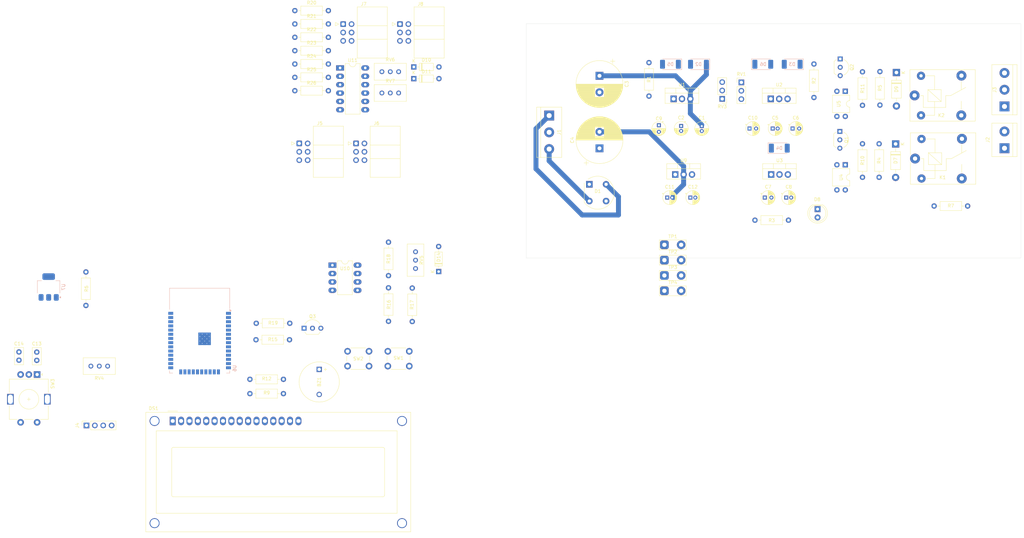
<source format=kicad_pcb>
(kicad_pcb (version 20240108) (generator "pcbnew") (generator_version "8.0")
  (layers (0 "F.Cu" signal) (31 "B.Cu" signal) (34 "B.Paste" user) (35 "F.Paste" user) (36 "B.SilkS" user "B.Silkscreen") (37 "F.SilkS" user "F.Silkscreen") (38 "B.Mask" user) (39 "F.Mask" user) (44 "Edge.Cuts" user))
  (net 0 "")
  (net 1 "Net-(BZ1-+)")
  (net 2 "GND")
  (net 3 "/alimentacion/lm317_vi")
  (net 4 "+VDC")
  (net 5 "/alimentacion/lm337_vi")
  (net 6 "-VDC")
  (net 7 "+5V")
  (net 8 "/alimentacion/lm317_vadj")
  (net 9 "/alimentacion/lm337_vadj")
  (net 10 "-5V")
  (net 11 "/control/IO25")
  (net 12 "/control/IO26")
  (net 13 "/alimentacion/puente_in")
  (net 14 "/alimentacion/puente_in2")
  (net 15 "Net-(D7-A)")
  (net 16 "Net-(D8-A)")
  (net 17 "Net-(D9-A)")
  (net 18 "/control/IO15")
  (net 19 "/control/IO34")
  (net 20 "/control/IO35")
  (net 21 "/control/IO23")
  (net 22 "/control/IO18")
  (net 23 "/control/IO19")
  (net 25 "/control/IO17")
  (net 26 "/control/IO21")
  (net 29 "/control/IO22")
  (net 31 "Net-(DS1-VO)")
  (net 32 "GND2")
  (net 33 "/alimentacion/rele 1")
  (net 34 "/control/TX")
  (net 35 "+3.3V")
  (net 36 "/control/RX")
  (net 38 "/alimentacion/rele 2")
  (net 40 "Net-(Q1-B)")
  (net 41 "Net-(Q2-B)")
  (net 42 "Net-(Q3-B)")
  (net 43 "/alimentacion/V1_shunt")
  (net 44 "/alimentacion/RELE 1")
  (net 45 "Net-(R4-Pad1)")
  (net 46 "Net-(R5-Pad1)")
  (net 47 "/alimentacion/RELE 2")
  (net 48 "Net-(R10-Pad1)")
  (net 49 "Net-(R11-Pad1)")
  (net 50 "Net-(U6-EN)")
  (net 51 "/control/+24V")
  (net 52 "/control/IO14")
  (net 53 "/control/-24V")
  (net 54 "/control/V1_shunt")
  (net 55 "/control/IO2")
  (net 56 "Net-(U6-IO0)")
  (net 57 "/control/IO13")
  (net 58 "/control/IO12")
  (net 60 "/control/IO27")
  (net 61 "/control/IO33")
  (net 65 "/control/IO16")
  (net 67 "/control/IO5")
  (net 68 "/control/IO4")
  (net 72 "/control/IO32")
  (net 74 "/control/V2_shunt")
  (net 75 "Net-(R16-Pad2)")
  (net 76 "Net-(U10B--)")
  (net 77 "Net-(U10A-+)")
  (net 78 "Net-(R20-Pad1)")
  (net 79 "Net-(U11A--)")
  (net 80 "Net-(U11B--)")
  (net 81 "Net-(R21-Pad2)")
  (net 82 "Net-(U11C--)")
  (net 83 "Net-(U11C-+)")
  (footprint "Resistor_THT:R_Axial_DIN0207_L6.3mm_D2.5mm_P10.16mm_Horizontal" (layer "F.Cu") (at -61.78 110.85)
    (property "Reference" "R19")
    (property "Value" "10k")
  )
  (footprint "TestPoint:TestPoint_2Pads_Pitch5.08mm_Drill1.3mm" (layer "F.Cu") (at 61.92 96.35)
    (property "Reference" "TP3")
    (property "Value" "lm7905_out")
  )
  (footprint "Connector_PinHeader_2.54mm:PinHeader_1x03_P2.54mm_Vertical" (layer "F.Cu") (at 85.25 37.777401)
    (property "Reference" "RV1")
    (property "Value" "5k")
  )
  (footprint "Resistor_THT:R_Axial_DIN0207_L6.3mm_D2.5mm_P10.16mm_Horizontal" (layer "F.Cu") (at -50.08 32.2)
    (property "Reference" "R24")
    (property "Value" "25k")
  )
  (footprint "Button_Switch_THT:SW_PUSH_6mm" (layer "F.Cu") (at -21.9 119.35)
    (property "Reference" "SW1")
    (property "Value" "BOOT")
  )
  (footprint "Resistor_THT:R_Axial_DIN0207_L6.3mm_D2.5mm_P10.16mm_Horizontal" (layer "F.Cu") (at -50.08 16)
    (property "Reference" "R20")
    (property "Value" "50k")
  )
  (footprint "Package_TO_SOT_THT:TO-220-3_Vertical" (layer "F.Cu") (at 64.71 42.777401)
    (property "Reference" "U1")
    (property "Value" "LM317_TO-220")
  )
  (footprint "TerminalBlock:TerminalBlock_bornier-2_P5.08mm" (layer "F.Cu") (at 165 57.75 90)
    (property "Reference" "J2")
    (property "Value" "5V_salida")
  )
  (footprint "Connector_PinHeader_2.54mm:PinHeader_1x03_P2.54mm_Vertical" (layer "F.Cu") (at 79.45 42.777401 180)
    (property "Reference" "RV3")
    (property "Value" "5k")
  )
  (footprint "Connector_IDC:IDC-Header_2x03_P2.54mm_Horizontal" (layer "F.Cu") (at -18.22 20.1)
    (property "Reference" "J8")
    (property "Value" "Conn_02x03_Odd_Even")
  )
  (footprint "Resistor_THT:R_Axial_DIN0207_L6.3mm_D2.5mm_P10.16mm_Horizontal" (layer "F.Cu") (at -21.7 100.09 -90)
    (property "Reference" "R16")
    (property "Value" "68k")
  )
  (footprint "Resistor_THT:R_Axial_DIN0207_L6.3mm_D2.5mm_P10.16mm_Horizontal" (layer "F.Cu") (at 89.37 79.577401)
    (property "Reference" "R3")
    (property "Value" "120")
  )
  (footprint "Capacitor_THT:CP_Radial_D4.0mm_P2.00mm" (layer "F.Cu") (at 92.35 72.722401)
    (property "Reference" "C7")
    (property "Value" "0.33uF")
  )
  (footprint "Capacitor_THT:CP_Radial_D4.0mm_P2.00mm" (layer "F.Cu") (at 87.7226 51.777401)
    (property "Reference" "C10")
    (property "Value" "10uF")
  )
  (footprint "Capacitor_THT:C_Disc_D5.0mm_W2.5mm_P2.50mm" (layer "F.Cu") (at -133.7 119.55 -90)
    (property "Reference" "C14")
    (property "Value" "C")
  )
  (footprint "Capacitor_THT:CP_Radial_D4.0mm_P1.50mm" (layer "F.Cu") (at 98.85 72.722401)
    (property "Reference" "C8")
    (property "Value" "0.1uF")
  )
  (footprint "Package_TO_SOT_THT:TO-220-3_Vertical" (layer "F.Cu") (at 94.27 65.722401)
    (property "Reference" "U3")
    (property "Value" "LM7805_TO220")
  )
  (footprint "Connector_IDC:IDC-Header_2x03_P2.54mm_Horizontal" (layer "F.Cu") (at -48.745 56.29)
    (property "Reference" "J5")
    (property "Value" "Conn_02x03_Odd_Even")
  )
  (footprint "Resistor_THT:R_Axial_DIN0207_L6.3mm_D2.5mm_P10.16mm_Horizontal" (layer "F.Cu") (at -50.08 24.1)
    (property "Reference" "R22")
    (property "Value" "25k")
  )
  (footprint "Capacitor_THT:CP_Radial_D4.0mm_P1.50mm" (layer "F.Cu") (at 94.75 51.777401)
    (property "Reference" "C5")
    (property "Value" "0.1uF")
  )
  (footprint "Resistor_THT:R_Axial_DIN0207_L6.3mm_D2.5mm_P10.16mm_Horizontal" (layer "F.Cu") (at -53.54 132.2 180)
    (property "Reference" "R9")
    (property "Value" "10k")
  )
  (footprint "Resistor_THT:R_Axial_DIN0207_L6.3mm_D2.5mm_P10.16mm_Horizontal" (layer "F.Cu") (at 127.25 44.657401 90)
    (property "Reference" "R5")
    (property "Value" "R")
  )
  (footprint "Resistor_THT:R_Axial_DIN0207_L6.3mm_D2.5mm_P10.16mm_Horizontal" (layer "F.Cu") (at 107.25 42.357401 90)
    (property "Reference" "R2")
    (property "Value" "120")
  )
  (footprint "Capacitor_THT:CP_Radial_D4.0mm_P1.50mm" (layer "F.Cu") (at 73.25 51.027401 -90)
    (property "Reference" "C1")
    (property "Value" "0.1uF")
  )
  (footprint "Resistor_THT:R_Axial_DIN0207_L6.3mm_D2.5mm_P10.16mm_Horizontal" (layer "F.Cu") (at -50.08 20.05)
    (property "Reference" "R21")
    (property "Value" "50k")
  )
  (footprint "Capacitor_THT:CP_Radial_D14.0mm_P5.00mm" (layer "F.Cu") (at 42.25 57.777401 90)
    (property "Reference" "C4")
    (property "Value" "2200uF")
  )
  (footprint "Display:WC1602A" (layer "F.Cu") (at -87.1 140.4925)
    (property "Reference" "DS1")
    (property "Value" "WC1602A")
  )
  (footprint "Resistor_THT:R_Axial_DIN0207_L6.3mm_D2.5mm_P10.16mm_Horizontal" (layer "F.Cu") (at -61.86 115.85)
    (property "Reference" "R15")
    (property "Value" "R")
  )
  (footprint "Capacitor_THT:CP_Radial_D4.0mm_P1.50mm" (layer "F.Cu") (at 67 51 -90)
    (property "Reference" "C2")
    (property "Value" "1uF")
  )
  (footprint "Package_TO_SOT_THT:TO-220-3_Vertical" (layer "F.Cu") (at 94.17 42.777401)
    (property "Reference" "U2")
    (property "Value" "LM337_TO220")
  )
  (footprint "Button_Switch_THT:SW_PUSH_6mm" (layer "F.Cu") (at -27.6 123.85 180)
    (property "Reference" "SW2")
    (property "Value" "RESET")
  )
  (footprint "TestPoint:TestPoint_2Pads_Pitch5.08mm_Drill1.3mm" (layer "F.Cu") (at 61.92 91.7)
    (property "Reference" "TP2")
    (property "Value" "lm7805_out")
  )
  (footprint "Capacitor_THT:CP_Radial_D4.0mm_P2.00mm" (layer "F.Cu") (at 60.25 50.777401 -90)
    (property "Reference" "C9")
    (property "Value" "10uF")
  )
  (footprint "Resistor_THT:R_Axial_DIN0207_L6.3mm_D2.5mm_P10.16mm_Horizontal" (layer "F.Cu") (at -14.5 110.33 90)
    (property "Reference" "R17")
    (property "Value" "10k")
  )
  (footprint "Relay_THT:Relay_SPDT_SANYOU_SRD_Series_Form_C" (layer "F.Cu") (at 137.75 41.727401)
    (property "Reference" "K2")
    (property "Value" "SANYOU_SRD_Form_C")
  )
  (footprint "Potentiometer_THT:Potentiometer_Bourns_3296W_Vertical" (layer "F.Cu") (at -18.62 40.99)
    (property "Reference" "RV7")
    (property "Value" "10k")
  )
  (footprint "Connector_IDC:IDC-Header_2x03_P2.54mm_Horizontal" (layer "F.Cu") (at -31.53 56.29)
    (property "Reference" "J6")
    (property "Value" "Conn_02x03_Odd_Even")
  )
  (footprint "Package_TO_SOT_THT:TO-92_Inline_Wide" (layer "F.Cu") (at 115.21 30.657401 -90)
    (property "Reference" "Q2")
    (property "Value" "BC548")
  )
  (footprint "Package_TO_SOT_THT:TO-92_Inline_Wide" (layer "F.Cu") (at 115.1 52.657401 -90)
    (property "Reference" "Q1")
    (property "Value" "BC548")
  )
  (footprint "Resistor_THT:R_Axial_DIN0207_L6.3mm_D2.5mm_P10.16mm_Horizontal" (layer "F.Cu") (at -53.54 127.85 180)
    (property "Reference" "R12")
    (property "Value" "10k")
  )
  (footprint "Resistor_THT:R_Axial_DIN0207_L6.3mm_D2.5mm_P10.16mm_Horizontal" (layer "F.Cu") (at -113.4 95.29 -90)
    (property "Reference" "R6")
    (property "Value" "10k")
  )
  (footprint "Connector_PinSocket_2.54mm:PinSocket_1x04_P2.54mm_Vertical" (layer "F.Cu") (at -113.24 141.85 90)
    (property "Reference" "J4")
    (property "Value" "Comunicacion")
  )
  (footprint "Resistor_THT:R_Axial_DIN0207_L6.3mm_D2.5mm_P10.16mm_Horizontal" (layer "F.Cu") (at 121.96 66.567401 90)
    (property "Reference" "R10")
    (property "Value" "R")
  )
  (footprint "Resistor_THT:R_Axial_DIN0207_L6.3mm_D2.5mm_P10.16mm_Horizontal" (layer "F.Cu") (at 127 66.567401 90)
    (property "Reference" "R4")
    (property "Value" "R")
  )
  (footprint "Resistor_THT:R_Axial_DIN0207_L6.3mm_D2.5mm_P10.16mm_Horizontal" (layer "F.Cu") (at -50.08 28.15)
    (property "Reference" "R23")
    (property "Value" "25k")
  )
  (footprint "Diode_THT:D_DO-35_SOD27_P7.62mm_Horizontal" (layer "F.Cu") (at -14.02 33.09)
    (property "Reference" "D10")
    (property "Value" "D_Zener")
  )
  (footprint "Potentiometer_THT:Potentiometer_Bourns_3296W_Vertical" (layer "F.Cu") (at -18.62 34.54)
    (property "Reference" "RV6")
    (property "Value" "RG")
  )
  (footprint "Resistor_THT:R_Axial_DIN0207_L6.3mm_D2.5mm_P10.16mm_Horizontal" (layer "F.Cu") (at -50.08 40.3)
    (property "Reference" "R26")
    (property "Value" "10k")
  )
  (footprint "Diode_THT:D_DO-41_SOD81_P10.16mm_Horizontal" (layer "F.Cu") (at 132.25 34.777401 -90)
    (property "Reference" "D9")
    (property "Value" "1N4007")
  )
  (footprint "Package_DIP:DIP-8_W7.62mm_LongPads" (layer "F.Cu") (at -38.7 93.23)
    (property "Reference" "U10")
    (property "Value" "LM358")
  )
  (footprint "TestPoint:TestPoint_2Pads_Pitch5.08mm_Drill1.3mm" (layer "F.Cu") (at 61.92 87.05)
    (property "Reference" "TP1")
    (property "Value" "lm337_out")
  )
  (footprint "Connector_IDC:IDC-Header_2x03_P2.54mm_Horizontal" (layer "F.Cu") (at -35.435 20.1)
    (property "Reference" "J7")
    (property "Value" "Conn_02x03_Odd_Even")
  )
  (footprint "Package_TO_SOT_THT:TO-92_Inline_Wide" (layer "F.Cu") (at -47.28 112.35)
    (property "Reference" "Q3")
    (property "Value" "BC548")
  )
  (footprint "Buzzer_Beeper:MagneticBuzzer_ProSignal_ABI-009-RC" (layer "F.Cu") (at -42.7 124.85 -90)
    (property "Reference" "BZ1")
    (property "Value" "Buzzer")
  )
  (footprint "Resistor_THT:R_Axial_DIN0207_L6.3mm_D2.5mm_P10.16mm_Horizontal" (layer "F.Cu") (at -50.08 36.25)
    (property "Reference" "R25")
    (property "Value" "25k")
  )
  (footprint "Package_DIP:DIP-4_W7.62mm" (layer "F.Cu") (at 116.75 40.477401 -90)
    (property "Reference" "U5")
    (property "Value" "PC817")
  )
  (footprint "Capacitor_THT:C_Disc_D5.0mm_W2.5mm_P2.50mm" (layer "F.Cu") (at -128.3 119.6 -90)
    (property "Reference" "C13")
    (property "Value" "C")
  )
  (footprint "Package_DIP:DIP-4_W7.62mm" (layer "F.Cu") (at 116.75 62.777401 -90)
    (property "Reference" "U4")
    (property "Value" "PC817")
  )
  (footprint "Capacitor_THT:CP_Radial_D4.0mm_P1.50mm" (layer "F.Cu") (at 69.79 72.722401)
    (property "Reference" "C12")
    (property "Value" "1uF")
  )
  (footprint "TerminalBlock:TerminalBlock_bornier-3_P5.08mm" (layer "F.Cu") (at 165 45.08 90)
    (property "Reference" "J3")
    (property "Value" "Salida +-24V")
  )
  (footprint "Package_DIP:DIP-12_W7.62mm_LongPads" (layer "F.Cu") (at -36.37 33.39)
    (property "Reference" "U11")
    (property "Value" "LM324")
  )
  (footprint "TestPoint:TestPoint_2Pads_Pitch5.08mm_Drill1.3mm" (layer "F.Cu") (at 61.92 101)
    (property "Reference" "TP4")
    (property "Value" "lm337_out")
  )
  (footprint "Relay_THT:Relay_SPDT_SANYOU_SRD_Series_Form_C" (layer "F.Cu") (at 137.9 60.882401)
    (property "Reference" "K1")
    (property "Value" "SANYOU_SRD_Form_C")
  )
  (footprint "Capacitor_THT:CP_Radial_D14.0mm_P5.00mm" (layer "F.Cu") (at 42.25 35.777401 -90)
    (property "Reference" "C3")
    (property "Value" "2200uF")
  )
  (footprint "Resistor_THT:R_Axial_DIN0207_L6.3mm_D2.5mm_P10.16mm_Horizontal" (layer "F.Cu") (at 153.83 75.277401 180)
    (property "Reference" "R7")
    (property "Value" "shunt")
  )
  (footprint "Diode_THT:D_DO-41_SOD81_P10.16mm_Horizontal" (layer "F.Cu") (at 132 56.447401 -90)
    (property "Reference" "D7")
    (property "Value" "1N4007")
  )
  (footprint "Potentiometer_THT:Potentiometer_Bourns_3296W_Vertical" (layer "F.Cu") (at -111.9 123.85 180)
    (property "Reference" "RV4")
    (property "Value" "10k")
  )
  (footprint "Diode_THT:D_DO-35_SOD27_P7.62mm_Horizontal" (layer "F.Cu") (at -14.02 36.64)
    (property "Reference" "D11")
    (property "Value" "D_Zener")
  )
  (footprint "Capacitor_THT:CP_Radial_D4.0mm_P2.00mm" (layer "F.Cu") (at 100.777401 51.777401)
    (property "Reference" "C6")
    (property "Value" "10uF")
  )
  (footprint "Resistor_THT:R_Axial_DIN0207_L6.3mm_D2.5mm_P10.16mm_Horizontal" (layer "F.Cu") (at -21.7 86.25 -90)
    (property "Reference" "R18")
    (property "Value" "68k")
  )
  (footprint "Resistor_THT:R_Axial_DIN0207_L6.3mm_D2.5mm_P10.16mm_Horizontal" (layer "F.Cu") (at 121.96 34.577401 -90)
    (property "Reference" "R11")
    (property "Value" "R")
  )
  (footprint "TerminalBlock:TerminalBlock_bornier-3_P5.08mm" (layer "F.Cu") (at 27 47.84 -90)
    (property "Reference" "J1")
    (property "Value" "Entrada +-24V")
  )
  (footprint "LED_THT:LED_D5.0mm" (layer "F.Cu") (at 108.35 76.222401 -90)
    (property "Reference" "D8")
    (property "Value" "LED")
  )
  (footprint "Potentiometer_THT:Potentiometer_Bourns_3296W_Vertical" (layer "F.Cu") (at -13.5 94.25 -90)
    (property "Reference" "RV5")
    (property "Value" "10k")
  )
  (footprint "Diode_THT:D_DO-35_SOD27_P7.62mm_Horizontal" (layer "F.Cu") (at -6.5 95.17 90)
    (property "Reference" "D14")
    (property "Value" "D_Zener")
  )
  (footprint "Package_TO_SOT_THT:TO-220-3_Vertical" (layer "F.Cu") (at 65.21 65.722401)
    (property "Reference" "U9")
    (property "Value" "LM7905_TO220")
  )
  (footprint "Rotary_Encoder:RotaryEncoder_Alps_EC11E-Switch_Vertical_H20mm" (layer "F.Cu") (at -128.2 126.4 -90)
    (property "Reference" "SW3")
    (property "Value" "RotaryEncoder_Switch")
  )
  (footprint "Resistor_THT:R_Axial_DIN0207_L6.3mm_D2.5mm_P10.16mm_Horizontal" (layer "F.Cu") (at 57.25 31.777401 -90)
    (property "Reference" "R1")
    (property "Value" "240")
  )
  (footprint "Capacitor_THT:CP_Radial_D4.0mm_P1.50mm" (layer "F.Cu") (at 62.79 72.722401)
    (property "Reference" "C11")
    (property "Value" "2.2uF")
  )
  (footprint "Diode_THT:Diode_Bridge_Round_D9.8mm" (layer "F.Cu") (at 39.17 68.697401)
    (property "Reference" "D1")
    (property "Value" "W01G")
  )
  (footprint "Diode_SMD:D_MELF" (layer "B.Cu") (at 100.65 32.277401 180)
    (property "Reference" "D3")
    (property "Value" "SM4007")
  )
  (footprint "RF_Module:ESP32-WROOM-32D" (layer "B.Cu") (at -78.95 116.09 180)
    (property "Reference" "U6")
    (property "Value" "ESP32-WROOM-32E")
  )
  (footprint "Package_TO_SOT_SMD:SOT-223-3_TabPin2" (layer "B.Cu") (at -124.7 99.85 90)
    (property "Reference" "U7")
    (property "Value" "AMS1117-3.3")
  )
  (footprint "Diode_SMD:D_MELF" (layer "B.Cu") (at 91.75 32.277401)
    (property "Reference" "D6")
    (property "Value" "SM4007")
  )
  (footprint "Diode_SMD:D_MELF" (layer "B.Cu") (at 63.75 32.277401 180)
    (property "Reference" "D5")
    (property "Value" "SM4007")
  )
  (footprint "Diode_SMD:D_MELF" (layer "B.Cu") (at 96.75 57.722401)
    (property "Reference" "D4")
    (property "Value" "SM4007")
  )
  (footprint "Diode_SMD:D_MELF" (layer "B.Cu") (at 72.25 32.277401 180)
    (property "Reference" "D2")
    (property "Value" "SM4007")
  )
  (gr_rect (start 20 20) (end 170 91) (stroke (width 0.05)) (fill none) (layer "Edge.Cuts"))
  (segment (start 69.79 40.277401) (end 69.79 42.777401) (width 1.5) (layer "B.Cu") (net 3))
  (segment (start 69.79 42.777401) (end 69.79 47.217401) (width 1.5) (layer "B.Cu") (net 3))
  (segment (start 69.79 47.217401) (end 73.25 50.677401) (width 1.5) (layer "B.Cu") (net 3))
  (segment (start 42.25 35.777401) (end 65.29 35.777401) (width 1.5) (layer "B.Cu") (net 3))
  (segment (start 65.29 35.777401) (end 69.79 40.277401) (width 1.5) (layer "B.Cu") (net 3))
  (segment (start 74.65 32.277401) (end 74.65 35.417401) (width 1.5) (layer "B.Cu") (net 3))
  (segment (start 74.65 35.417401) (end 69.79 40.277401) (width 1.5) (layer "B.Cu") (net 3))
  (segment (start 67.75 65.722401) (end 67.75 68.75) (width 1.5) (layer "B.Cu") (net 5))
  (segment (start 42.25 52.777401) (end 57.305 52.777401) (width 1.5) (layer "B.Cu") (net 5))
  (segment (start 57.305 52.777401) (end 67.75 63.222401) (width 1.5) (layer "B.Cu") (net 5))
  (segment (start 67.75 63.222401) (end 67.75 65.722401) (width 1.5) (layer "B.Cu") (net 5))
  (segment (start 64.64 71.86) (end 64.64 72.722401) (width 1.5) (layer "B.Cu") (net 5))
  (segment (start 67.75 68.75) (end 64.64 71.86) (width 1.5) (layer "B.Cu") (net 5))
  (segment (start 48 78) (end 48 72.447401) (width 1.5) (layer "B.Cu") (net 13))
  (segment (start 48 72.447401) (end 44.25 68.697401) (width 1.5) (layer "B.Cu") (net 13))
  (segment (start 23 51.84) (end 23 64) (width 1.5) (layer "B.Cu") (net 13))
  (segment (start 23 64) (end 37 78) (width 1.5) (layer "B.Cu") (net 13))
  (segment (start 37 78) (end 48 78) (width 1.5) (layer "B.Cu") (net 13))
  (segment (start 27 47.84) (end 23 51.84) (width 1.5) (layer "B.Cu") (net 13))
  (segment (start 27 58) (end 27 61.607401) (width 1.5) (layer "B.Cu") (net 14))
  (segment (start 27 61.607401) (end 39.17 73.777401) (width 1.5) (layer "B.Cu") (net 14))
)
</source>
